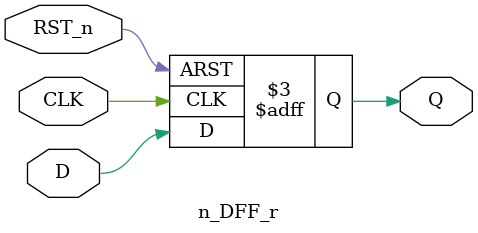
<source format=v>
/**@file
 * Cell - DFF (Data Flip Flop) with Reset Port
 */

/***************************************************************************/
/*  ncpu 32000 (Scalable Ultra-Low-Power Processor)                    */
/*                                                                         */
/*  Copyright (C) 2019 cassuto <psc-system@outlook.com>, China.            */
/*  This project is free edition; you can redistribute it and/or           */
/*  modify it under the terms of the GNU Lesser General Public             */
/*  License(GPL) as published by the Free Software Foundation; either      */
/*  version 2.1 of the License, or (at your option) any later version.     */
/*                                                                         */
/*  This project is distributed in the hope that it will be useful,        */
/*  but WITHOUT ANY WARRANTY; without even the implied warranty of         */
/*  MERCHANTABILITY or FITNESS FOR A PARTICULAR PURPOSE.  See the GNU      */
/*  Lesser General Public License for more details.                        */
/***************************************************************************/

`include "ncpu32k_config.h"

module n_DFF_r # (
   parameter DW = 1, // Data Width in bits
   parameter RST_VECTOR = {DW{1'b0}}
)
(
   input CLK,
   input RST_n,
   input [DW-1:0] D, // Data input
`ifdef NCPU_NO_RST
   output reg [DW-1:0] Q = RST_VECTOR
`else
   output reg [DW-1:0] Q // Data output
`endif
);
`ifdef NCPU_NO_RST
   always @(posedge CLK) begin
       Q <= #1 D;
   end
`else
   always @(posedge CLK or negedge RST_n) begin
     if (!RST_n)
       Q <= RST_VECTOR;
     else
       Q <= #1 D;
   end
`endif
   
   // synthesis translate_off
`ifndef SYNTHESIS                   

   // Assertion (x-checker)
`ifdef NCPU_ENABLE_ASSERT
   always @(posedge CLK) begin
      if(D == {DW{1'bx}})
         $fatal ("\n dff uncertain state! \n");
   end
`endif

`endif
   // synthesis translate_on
endmodule

</source>
